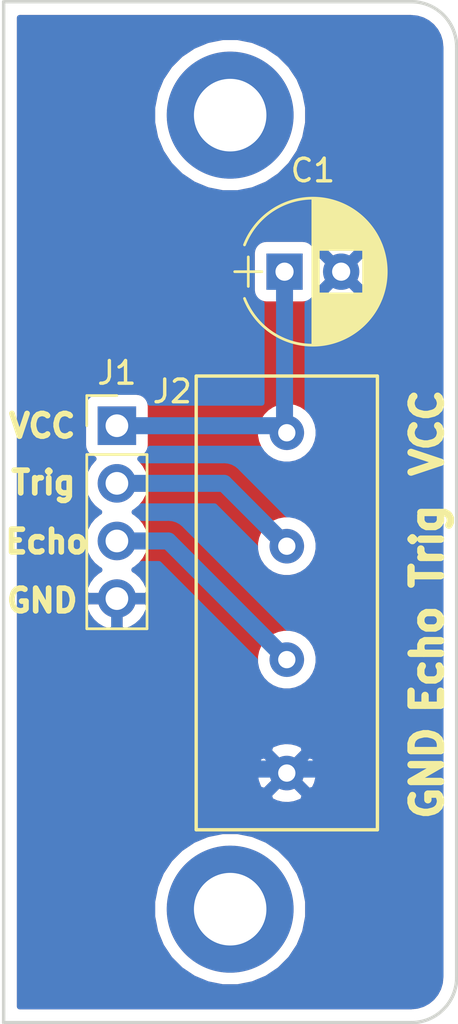
<source format=kicad_pcb>
(kicad_pcb (version 20171130) (host pcbnew "(5.1.2)-2")

  (general
    (thickness 1.6)
    (drawings 14)
    (tracks 12)
    (zones 0)
    (modules 5)
    (nets 5)
  )

  (page A4)
  (title_block
    (title "Ultrasound Adapter")
    (date 2019-07-13)
    (rev 1.0)
    (company Sourcebots)
  )

  (layers
    (0 F.Cu signal)
    (31 B.Cu signal)
    (32 B.Adhes user)
    (33 F.Adhes user)
    (34 B.Paste user)
    (35 F.Paste user)
    (36 B.SilkS user)
    (37 F.SilkS user)
    (38 B.Mask user)
    (39 F.Mask user)
    (40 Dwgs.User user)
    (41 Cmts.User user)
    (42 Eco1.User user)
    (43 Eco2.User user)
    (44 Edge.Cuts user)
    (45 Margin user)
    (46 B.CrtYd user)
    (47 F.CrtYd user)
    (48 B.Fab user)
    (49 F.Fab user)
  )

  (setup
    (last_trace_width 0.75)
    (trace_clearance 0.2)
    (zone_clearance 0.508)
    (zone_45_only no)
    (trace_min 0.2)
    (via_size 0.8)
    (via_drill 0.4)
    (via_min_size 0.4)
    (via_min_drill 0.3)
    (uvia_size 0.3)
    (uvia_drill 0.1)
    (uvias_allowed no)
    (uvia_min_size 0.2)
    (uvia_min_drill 0.1)
    (edge_width 0.15)
    (segment_width 0.2)
    (pcb_text_width 0.3)
    (pcb_text_size 1.5 1.5)
    (mod_edge_width 0.15)
    (mod_text_size 1 1)
    (mod_text_width 0.15)
    (pad_size 3.8 3.8)
    (pad_drill 2.2)
    (pad_to_mask_clearance 0.051)
    (solder_mask_min_width 0.25)
    (aux_axis_origin 0 0)
    (grid_origin 100 100)
    (visible_elements 7FFFFFFF)
    (pcbplotparams
      (layerselection 0x010fc_ffffffff)
      (usegerberextensions false)
      (usegerberattributes false)
      (usegerberadvancedattributes false)
      (creategerberjobfile false)
      (excludeedgelayer true)
      (linewidth 0.100000)
      (plotframeref false)
      (viasonmask false)
      (mode 1)
      (useauxorigin false)
      (hpglpennumber 1)
      (hpglpenspeed 20)
      (hpglpendiameter 15.000000)
      (psnegative false)
      (psa4output false)
      (plotreference true)
      (plotvalue true)
      (plotinvisibletext false)
      (padsonsilk false)
      (subtractmaskfromsilk false)
      (outputformat 1)
      (mirror false)
      (drillshape 0)
      (scaleselection 1)
      (outputdirectory ""))
  )

  (net 0 "")
  (net 1 GND)
  (net 2 VCC)
  (net 3 Echo)
  (net 4 Trig)

  (net_class Default "This is the default net class."
    (clearance 0.2)
    (trace_width 0.75)
    (via_dia 0.8)
    (via_drill 0.4)
    (uvia_dia 0.3)
    (uvia_drill 0.1)
    (add_net Echo)
    (add_net GND)
    (add_net Trig)
    (add_net VCC)
  )

  (module 4Way_Screw_terminal:Screw_terminals (layer F.Cu) (tedit 5CEDAC10) (tstamp 5CEE58BF)
    (at 112.5 126.5)
    (path /5CED9F1E)
    (fp_text reference J2 (at -5.056 -9.324) (layer F.SilkS)
      (effects (font (size 1 1) (thickness 0.15)))
    )
    (fp_text value Conn_01x04 (at 0 -0.5) (layer F.Fab)
      (effects (font (size 1 1) (thickness 0.15)))
    )
    (fp_line (start -4 -10) (end -4 10) (layer F.SilkS) (width 0.15))
    (fp_line (start 4 -10) (end -4 -10) (layer F.SilkS) (width 0.15))
    (fp_line (start 4 10) (end 4 -10) (layer F.SilkS) (width 0.15))
    (fp_line (start -4 10) (end 4 10) (layer F.SilkS) (width 0.15))
    (pad 4 thru_hole circle (at 0 7.5) (size 1.524 1.524) (drill 0.762) (layers *.Cu *.Mask)
      (net 1 GND))
    (pad 3 thru_hole circle (at 0 2.5) (size 1.524 1.524) (drill 0.762) (layers *.Cu *.Mask)
      (net 3 Echo))
    (pad 2 thru_hole circle (at 0 -2.5) (size 1.524 1.524) (drill 0.762) (layers *.Cu *.Mask)
      (net 4 Trig))
    (pad 1 thru_hole circle (at 0 -7.5) (size 1.524 1.524) (drill 0.762) (layers *.Cu *.Mask)
      (net 2 VCC))
  )

  (module Capacitors_THT:CP_Radial_D6.3mm_P2.50mm (layer F.Cu) (tedit 597BC7C2) (tstamp 5CFEBD09)
    (at 112.4 111.9)
    (descr "CP, Radial series, Radial, pin pitch=2.50mm, , diameter=6.3mm, Electrolytic Capacitor")
    (tags "CP Radial series Radial pin pitch 2.50mm  diameter 6.3mm Electrolytic Capacitor")
    (path /5CEEADC1)
    (fp_text reference C1 (at 1.25 -4.46) (layer F.SilkS)
      (effects (font (size 1 1) (thickness 0.15)))
    )
    (fp_text value CP (at 1.25 4.46) (layer F.Fab)
      (effects (font (size 1 1) (thickness 0.15)))
    )
    (fp_arc (start 1.25 0) (end -1.767482 -1.18) (angle 137.3) (layer F.SilkS) (width 0.12))
    (fp_arc (start 1.25 0) (end -1.767482 1.18) (angle -137.3) (layer F.SilkS) (width 0.12))
    (fp_arc (start 1.25 0) (end 4.267482 -1.18) (angle 42.7) (layer F.SilkS) (width 0.12))
    (fp_circle (center 1.25 0) (end 4.4 0) (layer F.Fab) (width 0.1))
    (fp_line (start -2.2 0) (end -1 0) (layer F.Fab) (width 0.1))
    (fp_line (start -1.6 -0.65) (end -1.6 0.65) (layer F.Fab) (width 0.1))
    (fp_line (start 1.25 -3.2) (end 1.25 3.2) (layer F.SilkS) (width 0.12))
    (fp_line (start 1.29 -3.2) (end 1.29 3.2) (layer F.SilkS) (width 0.12))
    (fp_line (start 1.33 -3.2) (end 1.33 3.2) (layer F.SilkS) (width 0.12))
    (fp_line (start 1.37 -3.198) (end 1.37 3.198) (layer F.SilkS) (width 0.12))
    (fp_line (start 1.41 -3.197) (end 1.41 3.197) (layer F.SilkS) (width 0.12))
    (fp_line (start 1.45 -3.194) (end 1.45 3.194) (layer F.SilkS) (width 0.12))
    (fp_line (start 1.49 -3.192) (end 1.49 3.192) (layer F.SilkS) (width 0.12))
    (fp_line (start 1.53 -3.188) (end 1.53 -0.98) (layer F.SilkS) (width 0.12))
    (fp_line (start 1.53 0.98) (end 1.53 3.188) (layer F.SilkS) (width 0.12))
    (fp_line (start 1.57 -3.185) (end 1.57 -0.98) (layer F.SilkS) (width 0.12))
    (fp_line (start 1.57 0.98) (end 1.57 3.185) (layer F.SilkS) (width 0.12))
    (fp_line (start 1.61 -3.18) (end 1.61 -0.98) (layer F.SilkS) (width 0.12))
    (fp_line (start 1.61 0.98) (end 1.61 3.18) (layer F.SilkS) (width 0.12))
    (fp_line (start 1.65 -3.176) (end 1.65 -0.98) (layer F.SilkS) (width 0.12))
    (fp_line (start 1.65 0.98) (end 1.65 3.176) (layer F.SilkS) (width 0.12))
    (fp_line (start 1.69 -3.17) (end 1.69 -0.98) (layer F.SilkS) (width 0.12))
    (fp_line (start 1.69 0.98) (end 1.69 3.17) (layer F.SilkS) (width 0.12))
    (fp_line (start 1.73 -3.165) (end 1.73 -0.98) (layer F.SilkS) (width 0.12))
    (fp_line (start 1.73 0.98) (end 1.73 3.165) (layer F.SilkS) (width 0.12))
    (fp_line (start 1.77 -3.158) (end 1.77 -0.98) (layer F.SilkS) (width 0.12))
    (fp_line (start 1.77 0.98) (end 1.77 3.158) (layer F.SilkS) (width 0.12))
    (fp_line (start 1.81 -3.152) (end 1.81 -0.98) (layer F.SilkS) (width 0.12))
    (fp_line (start 1.81 0.98) (end 1.81 3.152) (layer F.SilkS) (width 0.12))
    (fp_line (start 1.85 -3.144) (end 1.85 -0.98) (layer F.SilkS) (width 0.12))
    (fp_line (start 1.85 0.98) (end 1.85 3.144) (layer F.SilkS) (width 0.12))
    (fp_line (start 1.89 -3.137) (end 1.89 -0.98) (layer F.SilkS) (width 0.12))
    (fp_line (start 1.89 0.98) (end 1.89 3.137) (layer F.SilkS) (width 0.12))
    (fp_line (start 1.93 -3.128) (end 1.93 -0.98) (layer F.SilkS) (width 0.12))
    (fp_line (start 1.93 0.98) (end 1.93 3.128) (layer F.SilkS) (width 0.12))
    (fp_line (start 1.971 -3.119) (end 1.971 -0.98) (layer F.SilkS) (width 0.12))
    (fp_line (start 1.971 0.98) (end 1.971 3.119) (layer F.SilkS) (width 0.12))
    (fp_line (start 2.011 -3.11) (end 2.011 -0.98) (layer F.SilkS) (width 0.12))
    (fp_line (start 2.011 0.98) (end 2.011 3.11) (layer F.SilkS) (width 0.12))
    (fp_line (start 2.051 -3.1) (end 2.051 -0.98) (layer F.SilkS) (width 0.12))
    (fp_line (start 2.051 0.98) (end 2.051 3.1) (layer F.SilkS) (width 0.12))
    (fp_line (start 2.091 -3.09) (end 2.091 -0.98) (layer F.SilkS) (width 0.12))
    (fp_line (start 2.091 0.98) (end 2.091 3.09) (layer F.SilkS) (width 0.12))
    (fp_line (start 2.131 -3.079) (end 2.131 -0.98) (layer F.SilkS) (width 0.12))
    (fp_line (start 2.131 0.98) (end 2.131 3.079) (layer F.SilkS) (width 0.12))
    (fp_line (start 2.171 -3.067) (end 2.171 -0.98) (layer F.SilkS) (width 0.12))
    (fp_line (start 2.171 0.98) (end 2.171 3.067) (layer F.SilkS) (width 0.12))
    (fp_line (start 2.211 -3.055) (end 2.211 -0.98) (layer F.SilkS) (width 0.12))
    (fp_line (start 2.211 0.98) (end 2.211 3.055) (layer F.SilkS) (width 0.12))
    (fp_line (start 2.251 -3.042) (end 2.251 -0.98) (layer F.SilkS) (width 0.12))
    (fp_line (start 2.251 0.98) (end 2.251 3.042) (layer F.SilkS) (width 0.12))
    (fp_line (start 2.291 -3.029) (end 2.291 -0.98) (layer F.SilkS) (width 0.12))
    (fp_line (start 2.291 0.98) (end 2.291 3.029) (layer F.SilkS) (width 0.12))
    (fp_line (start 2.331 -3.015) (end 2.331 -0.98) (layer F.SilkS) (width 0.12))
    (fp_line (start 2.331 0.98) (end 2.331 3.015) (layer F.SilkS) (width 0.12))
    (fp_line (start 2.371 -3.001) (end 2.371 -0.98) (layer F.SilkS) (width 0.12))
    (fp_line (start 2.371 0.98) (end 2.371 3.001) (layer F.SilkS) (width 0.12))
    (fp_line (start 2.411 -2.986) (end 2.411 -0.98) (layer F.SilkS) (width 0.12))
    (fp_line (start 2.411 0.98) (end 2.411 2.986) (layer F.SilkS) (width 0.12))
    (fp_line (start 2.451 -2.97) (end 2.451 -0.98) (layer F.SilkS) (width 0.12))
    (fp_line (start 2.451 0.98) (end 2.451 2.97) (layer F.SilkS) (width 0.12))
    (fp_line (start 2.491 -2.954) (end 2.491 -0.98) (layer F.SilkS) (width 0.12))
    (fp_line (start 2.491 0.98) (end 2.491 2.954) (layer F.SilkS) (width 0.12))
    (fp_line (start 2.531 -2.937) (end 2.531 -0.98) (layer F.SilkS) (width 0.12))
    (fp_line (start 2.531 0.98) (end 2.531 2.937) (layer F.SilkS) (width 0.12))
    (fp_line (start 2.571 -2.919) (end 2.571 -0.98) (layer F.SilkS) (width 0.12))
    (fp_line (start 2.571 0.98) (end 2.571 2.919) (layer F.SilkS) (width 0.12))
    (fp_line (start 2.611 -2.901) (end 2.611 -0.98) (layer F.SilkS) (width 0.12))
    (fp_line (start 2.611 0.98) (end 2.611 2.901) (layer F.SilkS) (width 0.12))
    (fp_line (start 2.651 -2.882) (end 2.651 -0.98) (layer F.SilkS) (width 0.12))
    (fp_line (start 2.651 0.98) (end 2.651 2.882) (layer F.SilkS) (width 0.12))
    (fp_line (start 2.691 -2.863) (end 2.691 -0.98) (layer F.SilkS) (width 0.12))
    (fp_line (start 2.691 0.98) (end 2.691 2.863) (layer F.SilkS) (width 0.12))
    (fp_line (start 2.731 -2.843) (end 2.731 -0.98) (layer F.SilkS) (width 0.12))
    (fp_line (start 2.731 0.98) (end 2.731 2.843) (layer F.SilkS) (width 0.12))
    (fp_line (start 2.771 -2.822) (end 2.771 -0.98) (layer F.SilkS) (width 0.12))
    (fp_line (start 2.771 0.98) (end 2.771 2.822) (layer F.SilkS) (width 0.12))
    (fp_line (start 2.811 -2.8) (end 2.811 -0.98) (layer F.SilkS) (width 0.12))
    (fp_line (start 2.811 0.98) (end 2.811 2.8) (layer F.SilkS) (width 0.12))
    (fp_line (start 2.851 -2.778) (end 2.851 -0.98) (layer F.SilkS) (width 0.12))
    (fp_line (start 2.851 0.98) (end 2.851 2.778) (layer F.SilkS) (width 0.12))
    (fp_line (start 2.891 -2.755) (end 2.891 -0.98) (layer F.SilkS) (width 0.12))
    (fp_line (start 2.891 0.98) (end 2.891 2.755) (layer F.SilkS) (width 0.12))
    (fp_line (start 2.931 -2.731) (end 2.931 -0.98) (layer F.SilkS) (width 0.12))
    (fp_line (start 2.931 0.98) (end 2.931 2.731) (layer F.SilkS) (width 0.12))
    (fp_line (start 2.971 -2.706) (end 2.971 -0.98) (layer F.SilkS) (width 0.12))
    (fp_line (start 2.971 0.98) (end 2.971 2.706) (layer F.SilkS) (width 0.12))
    (fp_line (start 3.011 -2.681) (end 3.011 -0.98) (layer F.SilkS) (width 0.12))
    (fp_line (start 3.011 0.98) (end 3.011 2.681) (layer F.SilkS) (width 0.12))
    (fp_line (start 3.051 -2.654) (end 3.051 -0.98) (layer F.SilkS) (width 0.12))
    (fp_line (start 3.051 0.98) (end 3.051 2.654) (layer F.SilkS) (width 0.12))
    (fp_line (start 3.091 -2.627) (end 3.091 -0.98) (layer F.SilkS) (width 0.12))
    (fp_line (start 3.091 0.98) (end 3.091 2.627) (layer F.SilkS) (width 0.12))
    (fp_line (start 3.131 -2.599) (end 3.131 -0.98) (layer F.SilkS) (width 0.12))
    (fp_line (start 3.131 0.98) (end 3.131 2.599) (layer F.SilkS) (width 0.12))
    (fp_line (start 3.171 -2.57) (end 3.171 -0.98) (layer F.SilkS) (width 0.12))
    (fp_line (start 3.171 0.98) (end 3.171 2.57) (layer F.SilkS) (width 0.12))
    (fp_line (start 3.211 -2.54) (end 3.211 -0.98) (layer F.SilkS) (width 0.12))
    (fp_line (start 3.211 0.98) (end 3.211 2.54) (layer F.SilkS) (width 0.12))
    (fp_line (start 3.251 -2.51) (end 3.251 -0.98) (layer F.SilkS) (width 0.12))
    (fp_line (start 3.251 0.98) (end 3.251 2.51) (layer F.SilkS) (width 0.12))
    (fp_line (start 3.291 -2.478) (end 3.291 -0.98) (layer F.SilkS) (width 0.12))
    (fp_line (start 3.291 0.98) (end 3.291 2.478) (layer F.SilkS) (width 0.12))
    (fp_line (start 3.331 -2.445) (end 3.331 -0.98) (layer F.SilkS) (width 0.12))
    (fp_line (start 3.331 0.98) (end 3.331 2.445) (layer F.SilkS) (width 0.12))
    (fp_line (start 3.371 -2.411) (end 3.371 -0.98) (layer F.SilkS) (width 0.12))
    (fp_line (start 3.371 0.98) (end 3.371 2.411) (layer F.SilkS) (width 0.12))
    (fp_line (start 3.411 -2.375) (end 3.411 -0.98) (layer F.SilkS) (width 0.12))
    (fp_line (start 3.411 0.98) (end 3.411 2.375) (layer F.SilkS) (width 0.12))
    (fp_line (start 3.451 -2.339) (end 3.451 -0.98) (layer F.SilkS) (width 0.12))
    (fp_line (start 3.451 0.98) (end 3.451 2.339) (layer F.SilkS) (width 0.12))
    (fp_line (start 3.491 -2.301) (end 3.491 2.301) (layer F.SilkS) (width 0.12))
    (fp_line (start 3.531 -2.262) (end 3.531 2.262) (layer F.SilkS) (width 0.12))
    (fp_line (start 3.571 -2.222) (end 3.571 2.222) (layer F.SilkS) (width 0.12))
    (fp_line (start 3.611 -2.18) (end 3.611 2.18) (layer F.SilkS) (width 0.12))
    (fp_line (start 3.651 -2.137) (end 3.651 2.137) (layer F.SilkS) (width 0.12))
    (fp_line (start 3.691 -2.092) (end 3.691 2.092) (layer F.SilkS) (width 0.12))
    (fp_line (start 3.731 -2.045) (end 3.731 2.045) (layer F.SilkS) (width 0.12))
    (fp_line (start 3.771 -1.997) (end 3.771 1.997) (layer F.SilkS) (width 0.12))
    (fp_line (start 3.811 -1.946) (end 3.811 1.946) (layer F.SilkS) (width 0.12))
    (fp_line (start 3.851 -1.894) (end 3.851 1.894) (layer F.SilkS) (width 0.12))
    (fp_line (start 3.891 -1.839) (end 3.891 1.839) (layer F.SilkS) (width 0.12))
    (fp_line (start 3.931 -1.781) (end 3.931 1.781) (layer F.SilkS) (width 0.12))
    (fp_line (start 3.971 -1.721) (end 3.971 1.721) (layer F.SilkS) (width 0.12))
    (fp_line (start 4.011 -1.658) (end 4.011 1.658) (layer F.SilkS) (width 0.12))
    (fp_line (start 4.051 -1.591) (end 4.051 1.591) (layer F.SilkS) (width 0.12))
    (fp_line (start 4.091 -1.52) (end 4.091 1.52) (layer F.SilkS) (width 0.12))
    (fp_line (start 4.131 -1.445) (end 4.131 1.445) (layer F.SilkS) (width 0.12))
    (fp_line (start 4.171 -1.364) (end 4.171 1.364) (layer F.SilkS) (width 0.12))
    (fp_line (start 4.211 -1.278) (end 4.211 1.278) (layer F.SilkS) (width 0.12))
    (fp_line (start 4.251 -1.184) (end 4.251 1.184) (layer F.SilkS) (width 0.12))
    (fp_line (start 4.291 -1.081) (end 4.291 1.081) (layer F.SilkS) (width 0.12))
    (fp_line (start 4.331 -0.966) (end 4.331 0.966) (layer F.SilkS) (width 0.12))
    (fp_line (start 4.371 -0.834) (end 4.371 0.834) (layer F.SilkS) (width 0.12))
    (fp_line (start 4.411 -0.676) (end 4.411 0.676) (layer F.SilkS) (width 0.12))
    (fp_line (start 4.451 -0.468) (end 4.451 0.468) (layer F.SilkS) (width 0.12))
    (fp_line (start -2.2 0) (end -1 0) (layer F.SilkS) (width 0.12))
    (fp_line (start -1.6 -0.65) (end -1.6 0.65) (layer F.SilkS) (width 0.12))
    (fp_line (start -2.25 -3.5) (end -2.25 3.5) (layer F.CrtYd) (width 0.05))
    (fp_line (start -2.25 3.5) (end 4.75 3.5) (layer F.CrtYd) (width 0.05))
    (fp_line (start 4.75 3.5) (end 4.75 -3.5) (layer F.CrtYd) (width 0.05))
    (fp_line (start 4.75 -3.5) (end -2.25 -3.5) (layer F.CrtYd) (width 0.05))
    (fp_text user %R (at -3.378 -1.666) (layer F.Fab)
      (effects (font (size 1 1) (thickness 0.15)))
    )
    (pad 1 thru_hole rect (at 0 0) (size 1.6 1.6) (drill 0.8) (layers *.Cu *.Mask)
      (net 2 VCC))
    (pad 2 thru_hole circle (at 2.5 0) (size 1.6 1.6) (drill 0.8) (layers *.Cu *.Mask)
      (net 1 GND))
    (model ${KISYS3DMOD}/Capacitors_THT.3dshapes/CP_Radial_D6.3mm_P2.50mm.wrl
      (at (xyz 0 0 0))
      (scale (xyz 1 1 1))
      (rotate (xyz 0 0 0))
    )
  )

  (module Socket_Strips:Socket_Strip_Straight_1x04_Pitch2.54mm locked (layer F.Cu) (tedit 58CD5446) (tstamp 5CEDA7DA)
    (at 105 118.69)
    (descr "Through hole straight socket strip, 1x04, 2.54mm pitch, single row")
    (tags "Through hole socket strip THT 1x04 2.54mm single row")
    (path /5CED9EB6)
    (fp_text reference J1 (at 0 -2.33) (layer F.SilkS)
      (effects (font (size 1 1) (thickness 0.15)))
    )
    (fp_text value Conn_01x04 (at 0 9.95) (layer F.Fab)
      (effects (font (size 1 1) (thickness 0.15)))
    )
    (fp_text user %R (at 0 -2.33) (layer F.Fab)
      (effects (font (size 1 1) (thickness 0.15)))
    )
    (fp_line (start 1.8 -1.8) (end -1.8 -1.8) (layer F.CrtYd) (width 0.05))
    (fp_line (start 1.8 9.4) (end 1.8 -1.8) (layer F.CrtYd) (width 0.05))
    (fp_line (start -1.8 9.4) (end 1.8 9.4) (layer F.CrtYd) (width 0.05))
    (fp_line (start -1.8 -1.8) (end -1.8 9.4) (layer F.CrtYd) (width 0.05))
    (fp_line (start -1.33 -1.33) (end 0 -1.33) (layer F.SilkS) (width 0.12))
    (fp_line (start -1.33 0) (end -1.33 -1.33) (layer F.SilkS) (width 0.12))
    (fp_line (start 1.33 1.27) (end -1.33 1.27) (layer F.SilkS) (width 0.12))
    (fp_line (start 1.33 8.95) (end 1.33 1.27) (layer F.SilkS) (width 0.12))
    (fp_line (start -1.33 8.95) (end 1.33 8.95) (layer F.SilkS) (width 0.12))
    (fp_line (start -1.33 1.27) (end -1.33 8.95) (layer F.SilkS) (width 0.12))
    (fp_line (start 1.27 -1.27) (end -1.27 -1.27) (layer F.Fab) (width 0.1))
    (fp_line (start 1.27 8.89) (end 1.27 -1.27) (layer F.Fab) (width 0.1))
    (fp_line (start -1.27 8.89) (end 1.27 8.89) (layer F.Fab) (width 0.1))
    (fp_line (start -1.27 -1.27) (end -1.27 8.89) (layer F.Fab) (width 0.1))
    (pad 4 thru_hole oval (at 0 7.62) (size 1.7 1.7) (drill 1) (layers *.Cu *.Mask)
      (net 1 GND))
    (pad 3 thru_hole oval (at 0 5.08) (size 1.7 1.7) (drill 1) (layers *.Cu *.Mask)
      (net 3 Echo))
    (pad 2 thru_hole oval (at 0 2.54) (size 1.7 1.7) (drill 1) (layers *.Cu *.Mask)
      (net 4 Trig))
    (pad 1 thru_hole rect (at 0 0) (size 1.7 1.7) (drill 1) (layers *.Cu *.Mask)
      (net 2 VCC))
    (model ${KISYS3DMOD}/Socket_Strips.3dshapes/Socket_Strip_Straight_1x04_Pitch2.54mm.wrl
      (offset (xyz 0 -3.809999942779541 0))
      (scale (xyz 1 1 1))
      (rotate (xyz 0 0 270))
    )
  )

  (module Mounting_Holes:MountingHole_3.2mm_M3_DIN965_Pad (layer B.Cu) (tedit 56D1B4CB) (tstamp 5CFEB49C)
    (at 110 105)
    (descr "Mounting Hole 3.2mm, M3, DIN965")
    (tags "mounting hole 3.2mm m3 din965")
    (path /5CFC0332)
    (attr virtual)
    (fp_text reference H1 (at 0 3.8) (layer B.SilkS) hide
      (effects (font (size 1 1) (thickness 0.15)) (justify mirror))
    )
    (fp_text value MountingHole (at 0 -3.8) (layer B.Fab)
      (effects (font (size 1 1) (thickness 0.15)) (justify mirror))
    )
    (fp_circle (center 0 0) (end 3.05 0) (layer B.CrtYd) (width 0.05))
    (fp_circle (center 0 0) (end 2.8 0) (layer Cmts.User) (width 0.15))
    (fp_text user %R (at 0.3 0) (layer B.Fab)
      (effects (font (size 1 1) (thickness 0.15)) (justify mirror))
    )
    (pad 1 thru_hole circle (at 0 0) (size 5.6 5.6) (drill 3.2) (layers *.Cu *.Mask))
  )

  (module Mounting_Holes:MountingHole_3.2mm_M3_DIN965_Pad (layer B.Cu) (tedit 56D1B4CB) (tstamp 5CFEB4A4)
    (at 110 140)
    (descr "Mounting Hole 3.2mm, M3, DIN965")
    (tags "mounting hole 3.2mm m3 din965")
    (path /5CFC038E)
    (attr virtual)
    (fp_text reference H2 (at 0 3.8) (layer B.SilkS) hide
      (effects (font (size 1 1) (thickness 0.15)) (justify mirror))
    )
    (fp_text value MountingHole (at 0 -3.8) (layer B.Fab)
      (effects (font (size 1 1) (thickness 0.15)) (justify mirror))
    )
    (fp_text user %R (at 0.3 0) (layer B.Fab)
      (effects (font (size 1 1) (thickness 0.15)) (justify mirror))
    )
    (fp_circle (center 0 0) (end 2.8 0) (layer Cmts.User) (width 0.15))
    (fp_circle (center 0 0) (end 3.05 0) (layer B.CrtYd) (width 0.05))
    (pad 1 thru_hole circle (at 0 0) (size 5.6 5.6) (drill 3.2) (layers *.Cu *.Mask))
  )

  (gr_arc (start 118 143) (end 118 145) (angle -90) (layer Edge.Cuts) (width 0.15))
  (gr_line (start 120 143) (end 120 102) (layer Edge.Cuts) (width 0.15))
  (gr_arc (start 118 102) (end 120 102) (angle -90) (layer Edge.Cuts) (width 0.15))
  (gr_line (start 118 100) (end 100 100) (layer Edge.Cuts) (width 0.15) (tstamp 5D29DBE0))
  (gr_line (start 100 145) (end 118 145) (layer Edge.Cuts) (width 0.15))
  (gr_line (start 100 100) (end 100 145) (layer Edge.Cuts) (width 0.15))
  (gr_text GND (at 118.7 134 90) (layer F.SilkS)
    (effects (font (size 1.3 1.3) (thickness 0.325)))
  )
  (gr_text Echo (at 118.7 129 90) (layer F.SilkS)
    (effects (font (size 1.3 1.3) (thickness 0.325)))
  )
  (gr_text Trig (at 118.7 124 90) (layer F.SilkS)
    (effects (font (size 1.3 1.3) (thickness 0.325)))
  )
  (gr_text VCC (at 118.7 119 90) (layer F.SilkS)
    (effects (font (size 1.3 1.3) (thickness 0.325)))
  )
  (gr_text GND (at 101.7 126.4) (layer F.SilkS)
    (effects (font (size 1 1) (thickness 0.25)))
  )
  (gr_text Echo (at 101.9 123.8) (layer F.SilkS)
    (effects (font (size 1 1) (thickness 0.25)))
  )
  (gr_text Trig (at 103.3 121.2) (layer F.SilkS)
    (effects (font (size 1 1) (thickness 0.25)) (justify right))
  )
  (gr_text VCC (at 101.7 118.7) (layer F.SilkS) (tstamp 5CFEAB1C)
    (effects (font (size 1 1) (thickness 0.25)))
  )

  (segment (start 109.498 133.824) (end 114.056 133.824) (width 0.75) (layer B.Cu) (net 1))
  (segment (start 107.198 126.698) (end 107.198 131.524) (width 0.75) (layer B.Cu) (net 1))
  (segment (start 107.198 131.524) (end 109.498 133.824) (width 0.75) (layer B.Cu) (net 1))
  (segment (start 112.278 118.678) (end 112.29 118.69) (width 0.75) (layer B.Cu) (net 2))
  (segment (start 112.19 118.69) (end 112.5 119) (width 0.75) (layer B.Cu) (net 2))
  (segment (start 105 118.69) (end 112.19 118.69) (width 0.75) (layer B.Cu) (net 2))
  (segment (start 112.4 118.9) (end 112.5 119) (width 0.75) (layer B.Cu) (net 2))
  (segment (start 112.4 111.9) (end 112.4 118.9) (width 0.75) (layer B.Cu) (net 2))
  (segment (start 107.27 123.77) (end 112.5 129) (width 0.75) (layer B.Cu) (net 3))
  (segment (start 105 123.77) (end 107.27 123.77) (width 0.75) (layer B.Cu) (net 3))
  (segment (start 109.73 121.23) (end 112.5 124) (width 0.75) (layer B.Cu) (net 4))
  (segment (start 105 121.23) (end 109.73 121.23) (width 0.75) (layer B.Cu) (net 4))

  (zone (net 1) (net_name GND) (layer B.Cu) (tstamp 0) (hatch edge 0.508)
    (connect_pads (clearance 0.508))
    (min_thickness 0.254)
    (fill yes (arc_segments 16) (thermal_gap 0.508) (thermal_bridge_width 0.508))
    (polygon
      (pts
        (xy 100 145) (xy 120 145) (xy 120 100) (xy 100 100)
      )
    )
    (filled_polygon
      (pts
        (xy 118.249899 100.737907) (xy 118.490285 100.810484) (xy 118.711991 100.928368) (xy 118.906577 101.087068) (xy 119.066635 101.280545)
        (xy 119.186064 101.501424) (xy 119.260317 101.741297) (xy 119.290001 102.023726) (xy 119.29 142.965279) (xy 119.262093 143.249899)
        (xy 119.189517 143.490282) (xy 119.071633 143.711989) (xy 118.912929 143.90658) (xy 118.719455 144.066635) (xy 118.498576 144.186064)
        (xy 118.258701 144.260317) (xy 117.976291 144.29) (xy 100.71 144.29) (xy 100.71 139.661682) (xy 106.565 139.661682)
        (xy 106.565 140.338318) (xy 106.697006 141.001952) (xy 106.955943 141.627082) (xy 107.331862 142.189685) (xy 107.810315 142.668138)
        (xy 108.372918 143.044057) (xy 108.998048 143.302994) (xy 109.661682 143.435) (xy 110.338318 143.435) (xy 111.001952 143.302994)
        (xy 111.627082 143.044057) (xy 112.189685 142.668138) (xy 112.668138 142.189685) (xy 113.044057 141.627082) (xy 113.302994 141.001952)
        (xy 113.435 140.338318) (xy 113.435 139.661682) (xy 113.302994 138.998048) (xy 113.044057 138.372918) (xy 112.668138 137.810315)
        (xy 112.189685 137.331862) (xy 111.627082 136.955943) (xy 111.001952 136.697006) (xy 110.338318 136.565) (xy 109.661682 136.565)
        (xy 108.998048 136.697006) (xy 108.372918 136.955943) (xy 107.810315 137.331862) (xy 107.331862 137.810315) (xy 106.955943 138.372918)
        (xy 106.697006 138.998048) (xy 106.565 139.661682) (xy 100.71 139.661682) (xy 100.71 134.965565) (xy 111.71404 134.965565)
        (xy 111.78102 135.205656) (xy 112.030048 135.322756) (xy 112.297135 135.389023) (xy 112.572017 135.40191) (xy 112.844133 135.360922)
        (xy 113.103023 135.267636) (xy 113.21898 135.205656) (xy 113.28596 134.965565) (xy 112.5 134.179605) (xy 111.71404 134.965565)
        (xy 100.71 134.965565) (xy 100.71 134.072017) (xy 111.09809 134.072017) (xy 111.139078 134.344133) (xy 111.232364 134.603023)
        (xy 111.294344 134.71898) (xy 111.534435 134.78596) (xy 112.320395 134) (xy 112.679605 134) (xy 113.465565 134.78596)
        (xy 113.705656 134.71898) (xy 113.822756 134.469952) (xy 113.889023 134.202865) (xy 113.90191 133.927983) (xy 113.860922 133.655867)
        (xy 113.767636 133.396977) (xy 113.705656 133.28102) (xy 113.465565 133.21404) (xy 112.679605 134) (xy 112.320395 134)
        (xy 111.534435 133.21404) (xy 111.294344 133.28102) (xy 111.177244 133.530048) (xy 111.110977 133.797135) (xy 111.09809 134.072017)
        (xy 100.71 134.072017) (xy 100.71 133.034435) (xy 111.71404 133.034435) (xy 112.5 133.820395) (xy 113.28596 133.034435)
        (xy 113.21898 132.794344) (xy 112.969952 132.677244) (xy 112.702865 132.610977) (xy 112.427983 132.59809) (xy 112.155867 132.639078)
        (xy 111.896977 132.732364) (xy 111.78102 132.794344) (xy 111.71404 133.034435) (xy 100.71 133.034435) (xy 100.71 126.66689)
        (xy 103.558524 126.66689) (xy 103.603175 126.814099) (xy 103.728359 127.07692) (xy 103.902412 127.310269) (xy 104.118645 127.505178)
        (xy 104.368748 127.654157) (xy 104.643109 127.751481) (xy 104.873 127.630814) (xy 104.873 126.437) (xy 105.127 126.437)
        (xy 105.127 127.630814) (xy 105.356891 127.751481) (xy 105.631252 127.654157) (xy 105.881355 127.505178) (xy 106.097588 127.310269)
        (xy 106.271641 127.07692) (xy 106.396825 126.814099) (xy 106.441476 126.66689) (xy 106.320155 126.437) (xy 105.127 126.437)
        (xy 104.873 126.437) (xy 103.679845 126.437) (xy 103.558524 126.66689) (xy 100.71 126.66689) (xy 100.71 121.23)
        (xy 103.507815 121.23) (xy 103.536487 121.521111) (xy 103.621401 121.801034) (xy 103.759294 122.059014) (xy 103.944866 122.285134)
        (xy 104.170986 122.470706) (xy 104.225791 122.5) (xy 104.170986 122.529294) (xy 103.944866 122.714866) (xy 103.759294 122.940986)
        (xy 103.621401 123.198966) (xy 103.536487 123.478889) (xy 103.507815 123.77) (xy 103.536487 124.061111) (xy 103.621401 124.341034)
        (xy 103.759294 124.599014) (xy 103.944866 124.825134) (xy 104.170986 125.010706) (xy 104.235523 125.045201) (xy 104.118645 125.114822)
        (xy 103.902412 125.309731) (xy 103.728359 125.54308) (xy 103.603175 125.805901) (xy 103.558524 125.95311) (xy 103.679845 126.183)
        (xy 104.873 126.183) (xy 104.873 126.163) (xy 105.127 126.163) (xy 105.127 126.183) (xy 106.320155 126.183)
        (xy 106.441476 125.95311) (xy 106.396825 125.805901) (xy 106.271641 125.54308) (xy 106.097588 125.309731) (xy 105.881355 125.114822)
        (xy 105.764477 125.045201) (xy 105.829014 125.010706) (xy 106.055134 124.825134) (xy 106.092175 124.78) (xy 106.851645 124.78)
        (xy 111.103 129.031356) (xy 111.103 129.137592) (xy 111.156686 129.40749) (xy 111.261995 129.661727) (xy 111.41488 129.890535)
        (xy 111.609465 130.08512) (xy 111.838273 130.238005) (xy 112.09251 130.343314) (xy 112.362408 130.397) (xy 112.637592 130.397)
        (xy 112.90749 130.343314) (xy 113.161727 130.238005) (xy 113.390535 130.08512) (xy 113.58512 129.890535) (xy 113.738005 129.661727)
        (xy 113.843314 129.40749) (xy 113.897 129.137592) (xy 113.897 128.862408) (xy 113.843314 128.59251) (xy 113.738005 128.338273)
        (xy 113.58512 128.109465) (xy 113.390535 127.91488) (xy 113.161727 127.761995) (xy 112.90749 127.656686) (xy 112.637592 127.603)
        (xy 112.531356 127.603) (xy 108.019261 123.090906) (xy 107.987633 123.052367) (xy 107.83384 122.926153) (xy 107.65838 122.832368)
        (xy 107.467994 122.774615) (xy 107.319608 122.76) (xy 107.27 122.755114) (xy 107.220392 122.76) (xy 106.092175 122.76)
        (xy 106.055134 122.714866) (xy 105.829014 122.529294) (xy 105.774209 122.5) (xy 105.829014 122.470706) (xy 106.055134 122.285134)
        (xy 106.092175 122.24) (xy 109.311645 122.24) (xy 111.103 124.031356) (xy 111.103 124.137592) (xy 111.156686 124.40749)
        (xy 111.261995 124.661727) (xy 111.41488 124.890535) (xy 111.609465 125.08512) (xy 111.838273 125.238005) (xy 112.09251 125.343314)
        (xy 112.362408 125.397) (xy 112.637592 125.397) (xy 112.90749 125.343314) (xy 113.161727 125.238005) (xy 113.390535 125.08512)
        (xy 113.58512 124.890535) (xy 113.738005 124.661727) (xy 113.843314 124.40749) (xy 113.897 124.137592) (xy 113.897 123.862408)
        (xy 113.843314 123.59251) (xy 113.738005 123.338273) (xy 113.58512 123.109465) (xy 113.390535 122.91488) (xy 113.161727 122.761995)
        (xy 112.90749 122.656686) (xy 112.637592 122.603) (xy 112.531356 122.603) (xy 110.479261 120.550906) (xy 110.447633 120.512367)
        (xy 110.29384 120.386153) (xy 110.11838 120.292368) (xy 109.927994 120.234615) (xy 109.779608 120.22) (xy 109.73 120.215114)
        (xy 109.680392 120.22) (xy 106.092175 120.22) (xy 106.055134 120.174866) (xy 106.025313 120.150393) (xy 106.09418 120.129502)
        (xy 106.204494 120.070537) (xy 106.301185 119.991185) (xy 106.380537 119.894494) (xy 106.439502 119.78418) (xy 106.465038 119.7)
        (xy 111.287568 119.7) (xy 111.41488 119.890535) (xy 111.609465 120.08512) (xy 111.838273 120.238005) (xy 112.09251 120.343314)
        (xy 112.362408 120.397) (xy 112.637592 120.397) (xy 112.90749 120.343314) (xy 113.161727 120.238005) (xy 113.390535 120.08512)
        (xy 113.58512 119.890535) (xy 113.738005 119.661727) (xy 113.843314 119.40749) (xy 113.897 119.137592) (xy 113.897 118.862408)
        (xy 113.843314 118.59251) (xy 113.738005 118.338273) (xy 113.58512 118.109465) (xy 113.41 117.934345) (xy 113.41 113.29987)
        (xy 113.44418 113.289502) (xy 113.554494 113.230537) (xy 113.651185 113.151185) (xy 113.730537 113.054494) (xy 113.789502 112.94418)
        (xy 113.805117 112.892702) (xy 114.086903 112.892702) (xy 114.158486 113.136671) (xy 114.413996 113.257571) (xy 114.688184 113.3263)
        (xy 114.970512 113.340217) (xy 115.25013 113.298787) (xy 115.516292 113.203603) (xy 115.641514 113.136671) (xy 115.713097 112.892702)
        (xy 114.9 112.079605) (xy 114.086903 112.892702) (xy 113.805117 112.892702) (xy 113.825812 112.824482) (xy 113.838072 112.7)
        (xy 113.838072 112.692785) (xy 113.907298 112.713097) (xy 114.720395 111.9) (xy 115.079605 111.9) (xy 115.892702 112.713097)
        (xy 116.136671 112.641514) (xy 116.257571 112.386004) (xy 116.3263 112.111816) (xy 116.340217 111.829488) (xy 116.298787 111.54987)
        (xy 116.203603 111.283708) (xy 116.136671 111.158486) (xy 115.892702 111.086903) (xy 115.079605 111.9) (xy 114.720395 111.9)
        (xy 113.907298 111.086903) (xy 113.838072 111.107215) (xy 113.838072 111.1) (xy 113.825812 110.975518) (xy 113.805118 110.907298)
        (xy 114.086903 110.907298) (xy 114.9 111.720395) (xy 115.713097 110.907298) (xy 115.641514 110.663329) (xy 115.386004 110.542429)
        (xy 115.111816 110.4737) (xy 114.829488 110.459783) (xy 114.54987 110.501213) (xy 114.283708 110.596397) (xy 114.158486 110.663329)
        (xy 114.086903 110.907298) (xy 113.805118 110.907298) (xy 113.789502 110.85582) (xy 113.730537 110.745506) (xy 113.651185 110.648815)
        (xy 113.554494 110.569463) (xy 113.44418 110.510498) (xy 113.324482 110.474188) (xy 113.2 110.461928) (xy 111.6 110.461928)
        (xy 111.475518 110.474188) (xy 111.35582 110.510498) (xy 111.245506 110.569463) (xy 111.148815 110.648815) (xy 111.069463 110.745506)
        (xy 111.010498 110.85582) (xy 110.974188 110.975518) (xy 110.961928 111.1) (xy 110.961928 112.7) (xy 110.974188 112.824482)
        (xy 111.010498 112.94418) (xy 111.069463 113.054494) (xy 111.148815 113.151185) (xy 111.245506 113.230537) (xy 111.35582 113.289502)
        (xy 111.39 113.29987) (xy 111.390001 117.68) (xy 106.465038 117.68) (xy 106.439502 117.59582) (xy 106.380537 117.485506)
        (xy 106.301185 117.388815) (xy 106.204494 117.309463) (xy 106.09418 117.250498) (xy 105.974482 117.214188) (xy 105.85 117.201928)
        (xy 104.15 117.201928) (xy 104.025518 117.214188) (xy 103.90582 117.250498) (xy 103.795506 117.309463) (xy 103.698815 117.388815)
        (xy 103.619463 117.485506) (xy 103.560498 117.59582) (xy 103.524188 117.715518) (xy 103.511928 117.84) (xy 103.511928 119.54)
        (xy 103.524188 119.664482) (xy 103.560498 119.78418) (xy 103.619463 119.894494) (xy 103.698815 119.991185) (xy 103.795506 120.070537)
        (xy 103.90582 120.129502) (xy 103.974687 120.150393) (xy 103.944866 120.174866) (xy 103.759294 120.400986) (xy 103.621401 120.658966)
        (xy 103.536487 120.938889) (xy 103.507815 121.23) (xy 100.71 121.23) (xy 100.71 104.661682) (xy 106.565 104.661682)
        (xy 106.565 105.338318) (xy 106.697006 106.001952) (xy 106.955943 106.627082) (xy 107.331862 107.189685) (xy 107.810315 107.668138)
        (xy 108.372918 108.044057) (xy 108.998048 108.302994) (xy 109.661682 108.435) (xy 110.338318 108.435) (xy 111.001952 108.302994)
        (xy 111.627082 108.044057) (xy 112.189685 107.668138) (xy 112.668138 107.189685) (xy 113.044057 106.627082) (xy 113.302994 106.001952)
        (xy 113.435 105.338318) (xy 113.435 104.661682) (xy 113.302994 103.998048) (xy 113.044057 103.372918) (xy 112.668138 102.810315)
        (xy 112.189685 102.331862) (xy 111.627082 101.955943) (xy 111.001952 101.697006) (xy 110.338318 101.565) (xy 109.661682 101.565)
        (xy 108.998048 101.697006) (xy 108.372918 101.955943) (xy 107.810315 102.331862) (xy 107.331862 102.810315) (xy 106.955943 103.372918)
        (xy 106.697006 103.998048) (xy 106.565 104.661682) (xy 100.71 104.661682) (xy 100.71 100.71) (xy 117.965279 100.71)
      )
    )
  )
  (zone (net 1) (net_name GND) (layer F.Cu) (tstamp 0) (hatch edge 0.508)
    (connect_pads (clearance 0.508))
    (min_thickness 0.254)
    (fill yes (arc_segments 16) (thermal_gap 0.508) (thermal_bridge_width 0.508))
    (polygon
      (pts
        (xy 120 100) (xy 100 100) (xy 100 145) (xy 120 145)
      )
    )
    (filled_polygon
      (pts
        (xy 118.249899 100.737907) (xy 118.490285 100.810484) (xy 118.711991 100.928368) (xy 118.906577 101.087068) (xy 119.066635 101.280545)
        (xy 119.186064 101.501424) (xy 119.260317 101.741297) (xy 119.290001 102.023726) (xy 119.29 142.965279) (xy 119.262093 143.249899)
        (xy 119.189517 143.490282) (xy 119.071633 143.711989) (xy 118.912929 143.90658) (xy 118.719455 144.066635) (xy 118.498576 144.186064)
        (xy 118.258701 144.260317) (xy 117.976291 144.29) (xy 100.71 144.29) (xy 100.71 139.661682) (xy 106.565 139.661682)
        (xy 106.565 140.338318) (xy 106.697006 141.001952) (xy 106.955943 141.627082) (xy 107.331862 142.189685) (xy 107.810315 142.668138)
        (xy 108.372918 143.044057) (xy 108.998048 143.302994) (xy 109.661682 143.435) (xy 110.338318 143.435) (xy 111.001952 143.302994)
        (xy 111.627082 143.044057) (xy 112.189685 142.668138) (xy 112.668138 142.189685) (xy 113.044057 141.627082) (xy 113.302994 141.001952)
        (xy 113.435 140.338318) (xy 113.435 139.661682) (xy 113.302994 138.998048) (xy 113.044057 138.372918) (xy 112.668138 137.810315)
        (xy 112.189685 137.331862) (xy 111.627082 136.955943) (xy 111.001952 136.697006) (xy 110.338318 136.565) (xy 109.661682 136.565)
        (xy 108.998048 136.697006) (xy 108.372918 136.955943) (xy 107.810315 137.331862) (xy 107.331862 137.810315) (xy 106.955943 138.372918)
        (xy 106.697006 138.998048) (xy 106.565 139.661682) (xy 100.71 139.661682) (xy 100.71 134.965565) (xy 111.71404 134.965565)
        (xy 111.78102 135.205656) (xy 112.030048 135.322756) (xy 112.297135 135.389023) (xy 112.572017 135.40191) (xy 112.844133 135.360922)
        (xy 113.103023 135.267636) (xy 113.21898 135.205656) (xy 113.28596 134.965565) (xy 112.5 134.179605) (xy 111.71404 134.965565)
        (xy 100.71 134.965565) (xy 100.71 134.072017) (xy 111.09809 134.072017) (xy 111.139078 134.344133) (xy 111.232364 134.603023)
        (xy 111.294344 134.71898) (xy 111.534435 134.78596) (xy 112.320395 134) (xy 112.679605 134) (xy 113.465565 134.78596)
        (xy 113.705656 134.71898) (xy 113.822756 134.469952) (xy 113.889023 134.202865) (xy 113.90191 133.927983) (xy 113.860922 133.655867)
        (xy 113.767636 133.396977) (xy 113.705656 133.28102) (xy 113.465565 133.21404) (xy 112.679605 134) (xy 112.320395 134)
        (xy 111.534435 133.21404) (xy 111.294344 133.28102) (xy 111.177244 133.530048) (xy 111.110977 133.797135) (xy 111.09809 134.072017)
        (xy 100.71 134.072017) (xy 100.71 133.034435) (xy 111.71404 133.034435) (xy 112.5 133.820395) (xy 113.28596 133.034435)
        (xy 113.21898 132.794344) (xy 112.969952 132.677244) (xy 112.702865 132.610977) (xy 112.427983 132.59809) (xy 112.155867 132.639078)
        (xy 111.896977 132.732364) (xy 111.78102 132.794344) (xy 111.71404 133.034435) (xy 100.71 133.034435) (xy 100.71 128.862408)
        (xy 111.103 128.862408) (xy 111.103 129.137592) (xy 111.156686 129.40749) (xy 111.261995 129.661727) (xy 111.41488 129.890535)
        (xy 111.609465 130.08512) (xy 111.838273 130.238005) (xy 112.09251 130.343314) (xy 112.362408 130.397) (xy 112.637592 130.397)
        (xy 112.90749 130.343314) (xy 113.161727 130.238005) (xy 113.390535 130.08512) (xy 113.58512 129.890535) (xy 113.738005 129.661727)
        (xy 113.843314 129.40749) (xy 113.897 129.137592) (xy 113.897 128.862408) (xy 113.843314 128.59251) (xy 113.738005 128.338273)
        (xy 113.58512 128.109465) (xy 113.390535 127.91488) (xy 113.161727 127.761995) (xy 112.90749 127.656686) (xy 112.637592 127.603)
        (xy 112.362408 127.603) (xy 112.09251 127.656686) (xy 111.838273 127.761995) (xy 111.609465 127.91488) (xy 111.41488 128.109465)
        (xy 111.261995 128.338273) (xy 111.156686 128.59251) (xy 111.103 128.862408) (xy 100.71 128.862408) (xy 100.71 126.66689)
        (xy 103.558524 126.66689) (xy 103.603175 126.814099) (xy 103.728359 127.07692) (xy 103.902412 127.310269) (xy 104.118645 127.505178)
        (xy 104.368748 127.654157) (xy 104.643109 127.751481) (xy 104.873 127.630814) (xy 104.873 126.437) (xy 105.127 126.437)
        (xy 105.127 127.630814) (xy 105.356891 127.751481) (xy 105.631252 127.654157) (xy 105.881355 127.505178) (xy 106.097588 127.310269)
        (xy 106.271641 127.07692) (xy 106.396825 126.814099) (xy 106.441476 126.66689) (xy 106.320155 126.437) (xy 105.127 126.437)
        (xy 104.873 126.437) (xy 103.679845 126.437) (xy 103.558524 126.66689) (xy 100.71 126.66689) (xy 100.71 121.23)
        (xy 103.507815 121.23) (xy 103.536487 121.521111) (xy 103.621401 121.801034) (xy 103.759294 122.059014) (xy 103.944866 122.285134)
        (xy 104.170986 122.470706) (xy 104.225791 122.5) (xy 104.170986 122.529294) (xy 103.944866 122.714866) (xy 103.759294 122.940986)
        (xy 103.621401 123.198966) (xy 103.536487 123.478889) (xy 103.507815 123.77) (xy 103.536487 124.061111) (xy 103.621401 124.341034)
        (xy 103.759294 124.599014) (xy 103.944866 124.825134) (xy 104.170986 125.010706) (xy 104.235523 125.045201) (xy 104.118645 125.114822)
        (xy 103.902412 125.309731) (xy 103.728359 125.54308) (xy 103.603175 125.805901) (xy 103.558524 125.95311) (xy 103.679845 126.183)
        (xy 104.873 126.183) (xy 104.873 126.163) (xy 105.127 126.163) (xy 105.127 126.183) (xy 106.320155 126.183)
        (xy 106.441476 125.95311) (xy 106.396825 125.805901) (xy 106.271641 125.54308) (xy 106.097588 125.309731) (xy 105.881355 125.114822)
        (xy 105.764477 125.045201) (xy 105.829014 125.010706) (xy 106.055134 124.825134) (xy 106.240706 124.599014) (xy 106.378599 124.341034)
        (xy 106.463513 124.061111) (xy 106.483083 123.862408) (xy 111.103 123.862408) (xy 111.103 124.137592) (xy 111.156686 124.40749)
        (xy 111.261995 124.661727) (xy 111.41488 124.890535) (xy 111.609465 125.08512) (xy 111.838273 125.238005) (xy 112.09251 125.343314)
        (xy 112.362408 125.397) (xy 112.637592 125.397) (xy 112.90749 125.343314) (xy 113.161727 125.238005) (xy 113.390535 125.08512)
        (xy 113.58512 124.890535) (xy 113.738005 124.661727) (xy 113.843314 124.40749) (xy 113.897 124.137592) (xy 113.897 123.862408)
        (xy 113.843314 123.59251) (xy 113.738005 123.338273) (xy 113.58512 123.109465) (xy 113.390535 122.91488) (xy 113.161727 122.761995)
        (xy 112.90749 122.656686) (xy 112.637592 122.603) (xy 112.362408 122.603) (xy 112.09251 122.656686) (xy 111.838273 122.761995)
        (xy 111.609465 122.91488) (xy 111.41488 123.109465) (xy 111.261995 123.338273) (xy 111.156686 123.59251) (xy 111.103 123.862408)
        (xy 106.483083 123.862408) (xy 106.492185 123.77) (xy 106.463513 123.478889) (xy 106.378599 123.198966) (xy 106.240706 122.940986)
        (xy 106.055134 122.714866) (xy 105.829014 122.529294) (xy 105.774209 122.5) (xy 105.829014 122.470706) (xy 106.055134 122.285134)
        (xy 106.240706 122.059014) (xy 106.378599 121.801034) (xy 106.463513 121.521111) (xy 106.492185 121.23) (xy 106.463513 120.938889)
        (xy 106.378599 120.658966) (xy 106.240706 120.400986) (xy 106.055134 120.174866) (xy 106.025313 120.150393) (xy 106.09418 120.129502)
        (xy 106.204494 120.070537) (xy 106.301185 119.991185) (xy 106.380537 119.894494) (xy 106.439502 119.78418) (xy 106.475812 119.664482)
        (xy 106.488072 119.54) (xy 106.488072 118.862408) (xy 111.103 118.862408) (xy 111.103 119.137592) (xy 111.156686 119.40749)
        (xy 111.261995 119.661727) (xy 111.41488 119.890535) (xy 111.609465 120.08512) (xy 111.838273 120.238005) (xy 112.09251 120.343314)
        (xy 112.362408 120.397) (xy 112.637592 120.397) (xy 112.90749 120.343314) (xy 113.161727 120.238005) (xy 113.390535 120.08512)
        (xy 113.58512 119.890535) (xy 113.738005 119.661727) (xy 113.843314 119.40749) (xy 113.897 119.137592) (xy 113.897 118.862408)
        (xy 113.843314 118.59251) (xy 113.738005 118.338273) (xy 113.58512 118.109465) (xy 113.390535 117.91488) (xy 113.161727 117.761995)
        (xy 112.90749 117.656686) (xy 112.637592 117.603) (xy 112.362408 117.603) (xy 112.09251 117.656686) (xy 111.838273 117.761995)
        (xy 111.609465 117.91488) (xy 111.41488 118.109465) (xy 111.261995 118.338273) (xy 111.156686 118.59251) (xy 111.103 118.862408)
        (xy 106.488072 118.862408) (xy 106.488072 117.84) (xy 106.475812 117.715518) (xy 106.439502 117.59582) (xy 106.380537 117.485506)
        (xy 106.301185 117.388815) (xy 106.204494 117.309463) (xy 106.09418 117.250498) (xy 105.974482 117.214188) (xy 105.85 117.201928)
        (xy 104.15 117.201928) (xy 104.025518 117.214188) (xy 103.90582 117.250498) (xy 103.795506 117.309463) (xy 103.698815 117.388815)
        (xy 103.619463 117.485506) (xy 103.560498 117.59582) (xy 103.524188 117.715518) (xy 103.511928 117.84) (xy 103.511928 119.54)
        (xy 103.524188 119.664482) (xy 103.560498 119.78418) (xy 103.619463 119.894494) (xy 103.698815 119.991185) (xy 103.795506 120.070537)
        (xy 103.90582 120.129502) (xy 103.974687 120.150393) (xy 103.944866 120.174866) (xy 103.759294 120.400986) (xy 103.621401 120.658966)
        (xy 103.536487 120.938889) (xy 103.507815 121.23) (xy 100.71 121.23) (xy 100.71 111.1) (xy 110.961928 111.1)
        (xy 110.961928 112.7) (xy 110.974188 112.824482) (xy 111.010498 112.94418) (xy 111.069463 113.054494) (xy 111.148815 113.151185)
        (xy 111.245506 113.230537) (xy 111.35582 113.289502) (xy 111.475518 113.325812) (xy 111.6 113.338072) (xy 113.2 113.338072)
        (xy 113.324482 113.325812) (xy 113.44418 113.289502) (xy 113.554494 113.230537) (xy 113.651185 113.151185) (xy 113.730537 113.054494)
        (xy 113.789502 112.94418) (xy 113.805117 112.892702) (xy 114.086903 112.892702) (xy 114.158486 113.136671) (xy 114.413996 113.257571)
        (xy 114.688184 113.3263) (xy 114.970512 113.340217) (xy 115.25013 113.298787) (xy 115.516292 113.203603) (xy 115.641514 113.136671)
        (xy 115.713097 112.892702) (xy 114.9 112.079605) (xy 114.086903 112.892702) (xy 113.805117 112.892702) (xy 113.825812 112.824482)
        (xy 113.838072 112.7) (xy 113.838072 112.692785) (xy 113.907298 112.713097) (xy 114.720395 111.9) (xy 115.079605 111.9)
        (xy 115.892702 112.713097) (xy 116.136671 112.641514) (xy 116.257571 112.386004) (xy 116.3263 112.111816) (xy 116.340217 111.829488)
        (xy 116.298787 111.54987) (xy 116.203603 111.283708) (xy 116.136671 111.158486) (xy 115.892702 111.086903) (xy 115.079605 111.9)
        (xy 114.720395 111.9) (xy 113.907298 111.086903) (xy 113.838072 111.107215) (xy 113.838072 111.1) (xy 113.825812 110.975518)
        (xy 113.805118 110.907298) (xy 114.086903 110.907298) (xy 114.9 111.720395) (xy 115.713097 110.907298) (xy 115.641514 110.663329)
        (xy 115.386004 110.542429) (xy 115.111816 110.4737) (xy 114.829488 110.459783) (xy 114.54987 110.501213) (xy 114.283708 110.596397)
        (xy 114.158486 110.663329) (xy 114.086903 110.907298) (xy 113.805118 110.907298) (xy 113.789502 110.85582) (xy 113.730537 110.745506)
        (xy 113.651185 110.648815) (xy 113.554494 110.569463) (xy 113.44418 110.510498) (xy 113.324482 110.474188) (xy 113.2 110.461928)
        (xy 111.6 110.461928) (xy 111.475518 110.474188) (xy 111.35582 110.510498) (xy 111.245506 110.569463) (xy 111.148815 110.648815)
        (xy 111.069463 110.745506) (xy 111.010498 110.85582) (xy 110.974188 110.975518) (xy 110.961928 111.1) (xy 100.71 111.1)
        (xy 100.71 104.661682) (xy 106.565 104.661682) (xy 106.565 105.338318) (xy 106.697006 106.001952) (xy 106.955943 106.627082)
        (xy 107.331862 107.189685) (xy 107.810315 107.668138) (xy 108.372918 108.044057) (xy 108.998048 108.302994) (xy 109.661682 108.435)
        (xy 110.338318 108.435) (xy 111.001952 108.302994) (xy 111.627082 108.044057) (xy 112.189685 107.668138) (xy 112.668138 107.189685)
        (xy 113.044057 106.627082) (xy 113.302994 106.001952) (xy 113.435 105.338318) (xy 113.435 104.661682) (xy 113.302994 103.998048)
        (xy 113.044057 103.372918) (xy 112.668138 102.810315) (xy 112.189685 102.331862) (xy 111.627082 101.955943) (xy 111.001952 101.697006)
        (xy 110.338318 101.565) (xy 109.661682 101.565) (xy 108.998048 101.697006) (xy 108.372918 101.955943) (xy 107.810315 102.331862)
        (xy 107.331862 102.810315) (xy 106.955943 103.372918) (xy 106.697006 103.998048) (xy 106.565 104.661682) (xy 100.71 104.661682)
        (xy 100.71 100.71) (xy 117.965279 100.71)
      )
    )
  )
)

</source>
